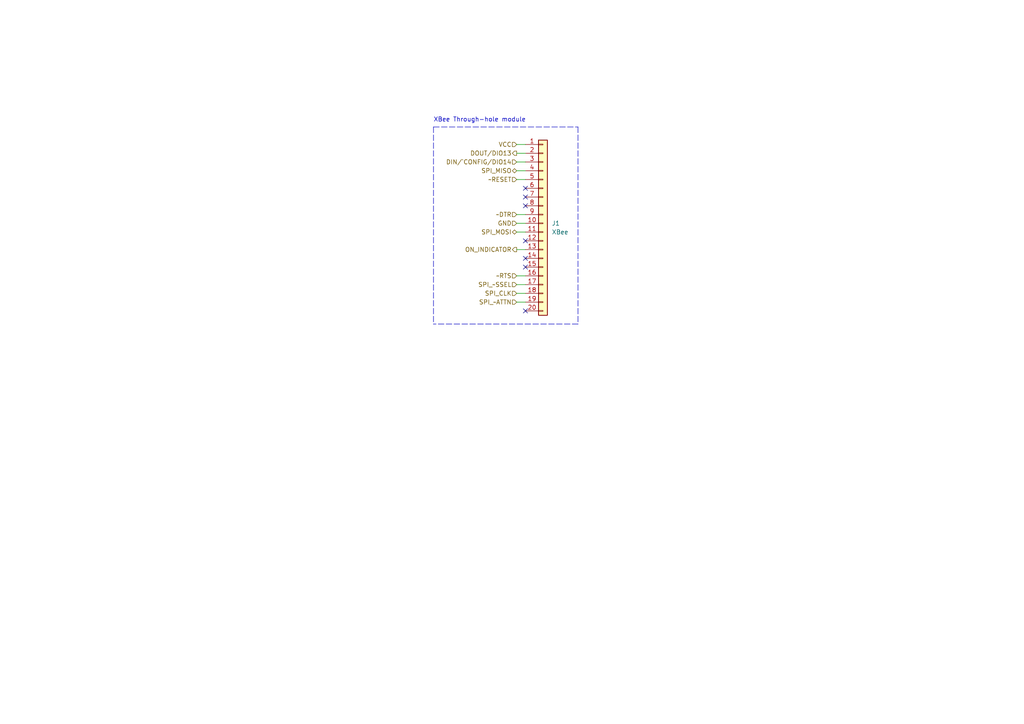
<source format=kicad_sch>
(kicad_sch (version 20211123) (generator eeschema)
  (paper "A4")
  (lib_symbols
    (symbol "Connector_Generic:Conn_01x20" (pin_names (offset 1.016) hide)
      (property "Reference" "J" (at 0 25.4 0))
      (property "Value" "Conn_01x20" (at 0 -27.94 0))
      (symbol "Conn_01x20_1_1"
        (rectangle (start -1.27 -25.273) (end 0 -25.527) (stroke (width 0.1524)))
        (rectangle (start -1.27 -22.733) (end 0 -22.987) (stroke (width 0.1524)))
        (rectangle (start -1.27 -20.193) (end 0 -20.447) (stroke (width 0.1524)))
        (rectangle (start -1.27 -17.653) (end 0 -17.907) (stroke (width 0.1524)))
        (rectangle (start -1.27 -15.113) (end 0 -15.367) (stroke (width 0.1524)))
        (rectangle (start -1.27 -12.573) (end 0 -12.827) (stroke (width 0.1524)))
        (rectangle (start -1.27 -10.033) (end 0 -10.287) (stroke (width 0.1524)))
        (rectangle (start -1.27 -7.493) (end 0 -7.747) (stroke (width 0.1524)))
        (rectangle (start -1.27 -4.953) (end 0 -5.207) (stroke (width 0.1524)))
        (rectangle (start -1.27 -2.413) (end 0 -2.667) (stroke (width 0.1524)))
        (rectangle (start -1.27 0.127) (end 0 -0.127) (stroke (width 0.1524)))
        (rectangle (start -1.27 2.667) (end 0 2.413) (stroke (width 0.1524)))
        (rectangle (start -1.27 5.207) (end 0 4.953) (stroke (width 0.1524)))
        (rectangle (start -1.27 7.747) (end 0 7.493) (stroke (width 0.1524)))
        (rectangle (start -1.27 10.287) (end 0 10.033) (stroke (width 0.1524)))
        (rectangle (start -1.27 12.827) (end 0 12.573) (stroke (width 0.1524)))
        (rectangle (start -1.27 15.367) (end 0 15.113) (stroke (width 0.1524)))
        (rectangle (start -1.27 17.907) (end 0 17.653) (stroke (width 0.1524)))
        (rectangle (start -1.27 20.447) (end 0 20.193) (stroke (width 0.1524)))
        (rectangle (start -1.27 22.987) (end 0 22.733) (stroke (width 0.1524)))
        (rectangle (start -1.27 24.13) (end 1.27 -26.67) (stroke (width 0.254)) (fill (type background)))
        (pin passive line (at -5.08 22.86 0) (length 3.81) (name "Pin_1") (number "1"))
        (pin passive line (at -5.08 0 0) (length 3.81) (name "Pin_10") (number "10"))
        (pin passive line (at -5.08 -2.54 0) (length 3.81) (name "Pin_11") (number "11"))
        (pin passive line (at -5.08 -5.08 0) (length 3.81) (name "Pin_12") (number "12"))
        (pin passive line (at -5.08 -7.62 0) (length 3.81) (name "Pin_13") (number "13"))
        (pin passive line (at -5.08 -10.16 0) (length 3.81) (name "Pin_14") (number "14"))
        (pin passive line (at -5.08 -12.7 0) (length 3.81) (name "Pin_15") (number "15"))
        (pin passive line (at -5.08 -15.24 0) (length 3.81) (name "Pin_16") (number "16"))
        (pin passive line (at -5.08 -17.78 0) (length 3.81) (name "Pin_17") (number "17"))
        (pin passive line (at -5.08 -20.32 0) (length 3.81) (name "Pin_18") (number "18"))
        (pin passive line (at -5.08 -22.86 0) (length 3.81) (name "Pin_19") (number "19"))
        (pin passive line (at -5.08 20.32 0) (length 3.81) (name "Pin_2") (number "2"))
        (pin passive line (at -5.08 -25.4 0) (length 3.81) (name "Pin_20") (number "20"))
        (pin passive line (at -5.08 17.78 0) (length 3.81) (name "Pin_3") (number "3"))
        (pin passive line (at -5.08 15.24 0) (length 3.81) (name "Pin_4") (number "4"))
        (pin passive line (at -5.08 12.7 0) (length 3.81) (name "Pin_5") (number "5"))
        (pin passive line (at -5.08 10.16 0) (length 3.81) (name "Pin_6") (number "6"))
        (pin passive line (at -5.08 7.62 0) (length 3.81) (name "Pin_7") (number "7"))
        (pin passive line (at -5.08 5.08 0) (length 3.81) (name "Pin_8") (number "8"))
        (pin passive line (at -5.08 2.54 0) (length 3.81) (name "Pin_9") (number "9"))
      )
    )
  )
  (no_connect (at 152.4 74.93))
  (no_connect (at 152.4 77.47))
  (no_connect (at 152.4 90.17))
  (no_connect (at 152.4 54.61))
  (no_connect (at 152.4 57.15))
  (no_connect (at 152.4 59.69))
  (no_connect (at 152.4 69.85))
  (polyline (pts (xy 167.64 93.98) (xy 125.73 93.98)))
  (wire (pts (xy 149.86 82.55) (xy 152.4 82.55)))
  (wire (pts (xy 149.86 87.63) (xy 152.4 87.63)))
  (wire (pts (xy 149.86 85.09) (xy 152.4 85.09)))
  (wire (pts (xy 149.86 46.99) (xy 152.4 46.99)))
  (wire (pts (xy 149.86 67.31) (xy 152.4 67.31)))
  (wire (pts (xy 149.86 49.53) (xy 152.4 49.53)))
  (wire (pts (xy 149.86 64.77) (xy 152.4 64.77)))
  (wire (pts (xy 149.86 41.91) (xy 152.4 41.91)))
  (wire (pts (xy 149.86 52.07) (xy 152.4 52.07)))
  (polyline (pts (xy 167.64 36.83) (xy 167.64 93.98)))
  (polyline (pts (xy 125.73 36.83) (xy 167.64 36.83)))
  (wire (pts (xy 149.86 72.39) (xy 152.4 72.39)))
  (polyline (pts (xy 125.73 36.83) (xy 125.73 93.98)))
  (wire (pts (xy 149.86 80.01) (xy 152.4 80.01)))
  (wire (pts (xy 149.86 62.23) (xy 152.4 62.23)))
  (wire (pts (xy 149.86 44.45) (xy 152.4 44.45)))
  (text "XBee Through-hole module" (at 125.73 35.56 0) (effects (font (size 1.27 1.27)) (justify left bottom)))
  (hierarchical_label "SPI_MOSI" (shape bidirectional) (at 149.86 67.31 180))
  (hierarchical_label "DIN{slash}`CONFIG{slash}DIO14" (shape input) (at 149.86 46.99 180))
  (hierarchical_label "~DTR" (shape input) (at 149.86 62.23 180))
  (hierarchical_label "VCC" (shape input) (at 149.86 41.91 180))
  (hierarchical_label "~RTS" (shape input) (at 149.86 80.01 180))
  (hierarchical_label "DOUT{slash}DIO13" (shape output) (at 149.86 44.45 180))
  (hierarchical_label "SPI_CLK" (shape input) (at 149.86 85.09 180))
  (hierarchical_label "SPI_~SSEL" (shape input) (at 149.86 82.55 180))
  (hierarchical_label "GND" (shape input) (at 149.86 64.77 180))
  (hierarchical_label "~RESET" (shape input) (at 149.86 52.07 180))
  (hierarchical_label "ON_INDICATOR" (shape output) (at 149.86 72.39 180))
  (hierarchical_label "SPI_MISO" (shape bidirectional) (at 149.86 49.53 180))
  (hierarchical_label "SPI_~ATTN" (shape input) (at 149.86 87.63 180))
  (symbol (lib_id "Connector_Generic:Conn_01x20") (at 157.48 64.77 0) (unit 1)
    (property "Reference" "J1" (at 160.02 64.7699 0) (effects (justify left)))
    (property "Value" "XBee" (at 160.02 67.3099 0) (effects (justify left)))
    (property "Footprint" "Formula:XBEE" (effects hide))
  )
)
</source>
